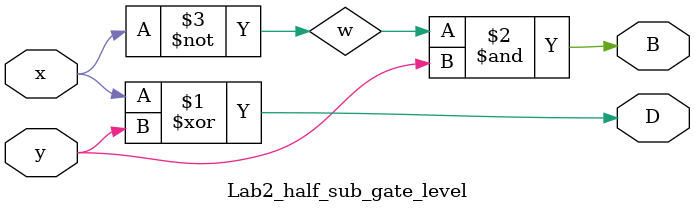
<source format=v>
module Lab2_half_sub_gate_level(output D, B, input x, y);

	wire	w;

	xor		G1(D,x,y);
	not		G2(w,x);
	and		G3(B,w,y);

endmodule
</source>
